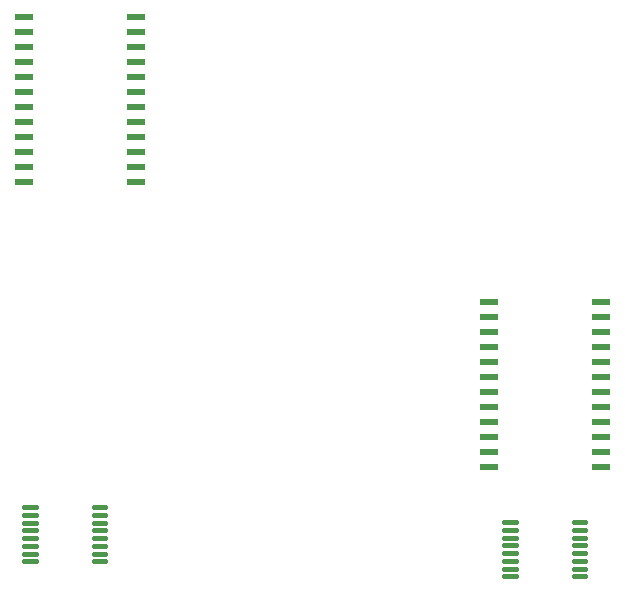
<source format=gbr>
G04 EAGLE Gerber RS-274X export*
G75*
%MOMM*%
%FSLAX34Y34*%
%LPD*%
%INSolderpaste Top*%
%IPPOS*%
%AMOC8*
5,1,8,0,0,1.08239X$1,22.5*%
G01*
%ADD10R,1.589000X0.532600*%
%ADD11C,0.450000*%


D10*
X478917Y425450D03*
X478917Y438150D03*
X478917Y450850D03*
X478917Y463550D03*
X478917Y476250D03*
X478917Y488950D03*
X478917Y501650D03*
X478917Y514350D03*
X478917Y527050D03*
X478917Y539750D03*
X478917Y552450D03*
X478917Y565150D03*
X384683Y565150D03*
X384683Y552450D03*
X384683Y539750D03*
X384683Y527050D03*
X384683Y514350D03*
X384683Y501650D03*
X384683Y488950D03*
X384683Y476250D03*
X384683Y463550D03*
X384683Y450850D03*
X384683Y438150D03*
X384683Y425450D03*
X872617Y184150D03*
X872617Y196850D03*
X872617Y209550D03*
X872617Y222250D03*
X872617Y234950D03*
X872617Y247650D03*
X872617Y260350D03*
X872617Y273050D03*
X872617Y285750D03*
X872617Y298450D03*
X872617Y311150D03*
X872617Y323850D03*
X778383Y323850D03*
X778383Y311150D03*
X778383Y298450D03*
X778383Y285750D03*
X778383Y273050D03*
X778383Y260350D03*
X778383Y247650D03*
X778383Y234950D03*
X778383Y222250D03*
X778383Y209550D03*
X778383Y196850D03*
X778383Y184150D03*
D11*
X394350Y149750D02*
X384850Y149750D01*
X384850Y143250D02*
X394350Y143250D01*
X394350Y136750D02*
X384850Y136750D01*
X384850Y130250D02*
X394350Y130250D01*
X394350Y123750D02*
X384850Y123750D01*
X384850Y117250D02*
X394350Y117250D01*
X394350Y110750D02*
X384850Y110750D01*
X384850Y104250D02*
X394350Y104250D01*
X443850Y104250D02*
X453350Y104250D01*
X453350Y110750D02*
X443850Y110750D01*
X443850Y117250D02*
X453350Y117250D01*
X453350Y123750D02*
X443850Y123750D01*
X443850Y130250D02*
X453350Y130250D01*
X453350Y136750D02*
X443850Y136750D01*
X443850Y143250D02*
X453350Y143250D01*
X453350Y149750D02*
X443850Y149750D01*
X791250Y137050D02*
X800750Y137050D01*
X800750Y130550D02*
X791250Y130550D01*
X791250Y124050D02*
X800750Y124050D01*
X800750Y117550D02*
X791250Y117550D01*
X791250Y111050D02*
X800750Y111050D01*
X800750Y104550D02*
X791250Y104550D01*
X791250Y98050D02*
X800750Y98050D01*
X800750Y91550D02*
X791250Y91550D01*
X850250Y91550D02*
X859750Y91550D01*
X859750Y98050D02*
X850250Y98050D01*
X850250Y104550D02*
X859750Y104550D01*
X859750Y111050D02*
X850250Y111050D01*
X850250Y117550D02*
X859750Y117550D01*
X859750Y124050D02*
X850250Y124050D01*
X850250Y130550D02*
X859750Y130550D01*
X859750Y137050D02*
X850250Y137050D01*
M02*

</source>
